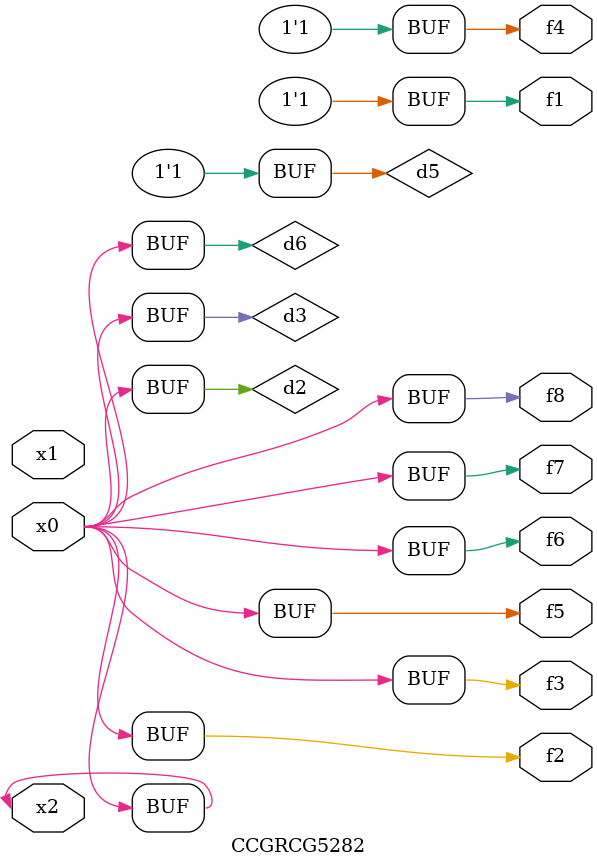
<source format=v>
module CCGRCG5282(
	input x0, x1, x2,
	output f1, f2, f3, f4, f5, f6, f7, f8
);

	wire d1, d2, d3, d4, d5, d6;

	xnor (d1, x2);
	buf (d2, x0, x2);
	and (d3, x0);
	xnor (d4, x1, x2);
	nand (d5, d1, d3);
	buf (d6, d2, d3);
	assign f1 = d5;
	assign f2 = d6;
	assign f3 = d6;
	assign f4 = d5;
	assign f5 = d6;
	assign f6 = d6;
	assign f7 = d6;
	assign f8 = d6;
endmodule

</source>
